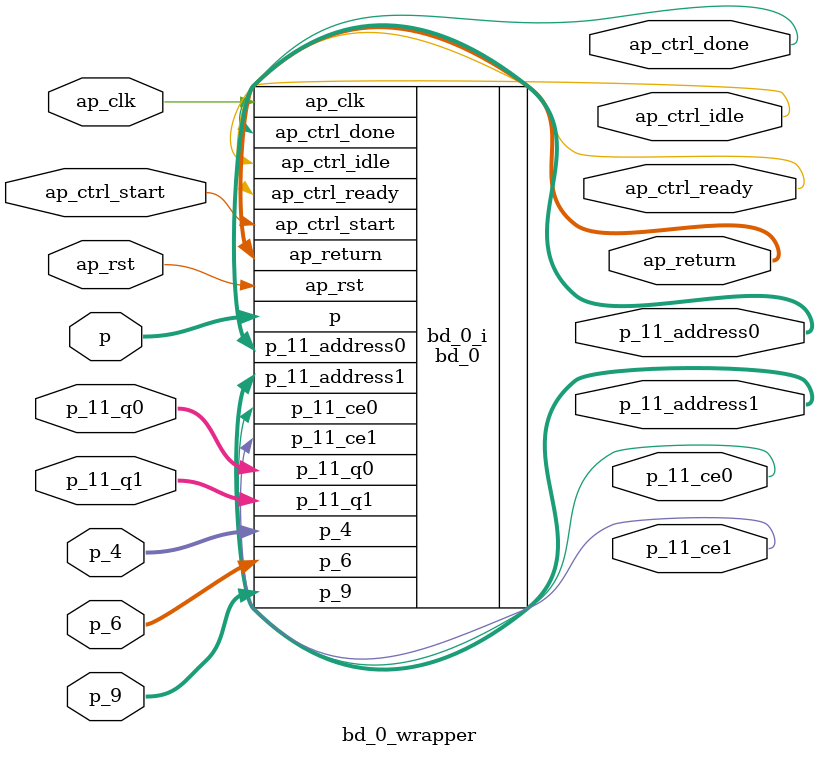
<source format=v>
`timescale 1 ps / 1 ps

module bd_0_wrapper
   (ap_clk,
    ap_ctrl_done,
    ap_ctrl_idle,
    ap_ctrl_ready,
    ap_ctrl_start,
    ap_return,
    ap_rst,
    p,
    p_11_address0,
    p_11_address1,
    p_11_ce0,
    p_11_ce1,
    p_11_q0,
    p_11_q1,
    p_4,
    p_6,
    p_9);
  input ap_clk;
  output ap_ctrl_done;
  output ap_ctrl_idle;
  output ap_ctrl_ready;
  input ap_ctrl_start;
  output [7:0]ap_return;
  input ap_rst;
  input [15:0]p;
  output [3:0]p_11_address0;
  output [3:0]p_11_address1;
  output p_11_ce0;
  output p_11_ce1;
  input [31:0]p_11_q0;
  input [31:0]p_11_q1;
  input [15:0]p_4;
  input [63:0]p_6;
  input [7:0]p_9;

  wire ap_clk;
  wire ap_ctrl_done;
  wire ap_ctrl_idle;
  wire ap_ctrl_ready;
  wire ap_ctrl_start;
  wire [7:0]ap_return;
  wire ap_rst;
  wire [15:0]p;
  wire [3:0]p_11_address0;
  wire [3:0]p_11_address1;
  wire p_11_ce0;
  wire p_11_ce1;
  wire [31:0]p_11_q0;
  wire [31:0]p_11_q1;
  wire [15:0]p_4;
  wire [63:0]p_6;
  wire [7:0]p_9;

  bd_0 bd_0_i
       (.ap_clk(ap_clk),
        .ap_ctrl_done(ap_ctrl_done),
        .ap_ctrl_idle(ap_ctrl_idle),
        .ap_ctrl_ready(ap_ctrl_ready),
        .ap_ctrl_start(ap_ctrl_start),
        .ap_return(ap_return),
        .ap_rst(ap_rst),
        .p(p),
        .p_11_address0(p_11_address0),
        .p_11_address1(p_11_address1),
        .p_11_ce0(p_11_ce0),
        .p_11_ce1(p_11_ce1),
        .p_11_q0(p_11_q0),
        .p_11_q1(p_11_q1),
        .p_4(p_4),
        .p_6(p_6),
        .p_9(p_9));
endmodule

</source>
